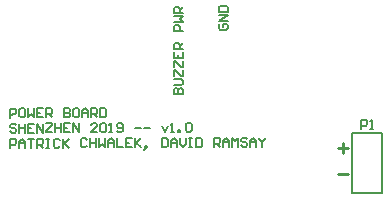
<source format=gto>
G04*
G04 #@! TF.GenerationSoftware,Altium Limited,Altium Designer,19.1.5 (86)*
G04*
G04 Layer_Color=65535*
%FSAX24Y24*%
%MOIN*%
G70*
G01*
G75*
%ADD10C,0.0079*%
%ADD11C,0.0060*%
%ADD12C,0.0100*%
D10*
X015250Y002400D02*
Y004400D01*
Y002400D02*
X016250D01*
Y004400D01*
X015250D02*
X016250D01*
D11*
X003855Y004918D02*
X003854Y005218D01*
X004004Y005218D01*
X004054Y005169D01*
X004055Y005069D01*
X004005Y005019D01*
X003855Y005018D01*
X004304Y005220D02*
X004204Y005219D01*
X004154Y005169D01*
X004155Y004969D01*
X004205Y004919D01*
X004305Y004920D01*
X004355Y004970D01*
X004354Y005170D01*
X004304Y005220D01*
X004454Y005220D02*
X004455Y004920D01*
X004555Y005021D01*
X004655Y004921D01*
X004654Y005221D01*
X004954Y005222D02*
X004754Y005221D01*
X004755Y004922D01*
X004955Y004922D01*
X004754Y005071D02*
X004854Y005072D01*
X005055Y004923D02*
X005054Y005223D01*
X005204Y005223D01*
X005254Y005173D01*
X005254Y005073D01*
X005205Y005023D01*
X005055Y005023D01*
X005155Y005023D02*
X005255Y004924D01*
X005654Y005225D02*
X005655Y004925D01*
X005805Y004926D01*
X005855Y004976D01*
X005854Y005026D01*
X005804Y005076D01*
X005654Y005075D01*
X005804Y005076D01*
X005854Y005126D01*
X005854Y005176D01*
X005804Y005226D01*
X005654Y005225D01*
X006103Y005227D02*
X006003Y005226D01*
X005954Y005176D01*
X005954Y004976D01*
X006005Y004926D01*
X006105Y004927D01*
X006154Y004977D01*
X006154Y005177D01*
X006103Y005227D01*
X006255Y004927D02*
X006254Y005127D01*
X006353Y005228D01*
X006454Y005128D01*
X006455Y004928D01*
X006454Y005078D01*
X006254Y005077D01*
X006554Y004929D02*
X006553Y005229D01*
X006703Y005229D01*
X006753Y005179D01*
X006754Y005079D01*
X006704Y005029D01*
X006554Y005029D01*
X006654Y005029D02*
X006754Y004929D01*
X006853Y005230D02*
X006854Y004930D01*
X007004Y004930D01*
X007054Y004981D01*
X007053Y005181D01*
X007003Y005230D01*
X006853Y005230D01*
X004056Y004665D02*
X004006Y004715D01*
X003906Y004714D01*
X003856Y004664D01*
X003857Y004614D01*
X003907Y004564D01*
X004007Y004565D01*
X004057Y004515D01*
X004057Y004465D01*
X004007Y004415D01*
X003907Y004414D01*
X003857Y004464D01*
X004156Y004715D02*
X004157Y004415D01*
X004157Y004565D01*
X004357Y004566D01*
X004356Y004716D01*
X004357Y004416D01*
X004656Y004717D02*
X004456Y004716D01*
X004457Y004416D01*
X004657Y004417D01*
X004457Y004566D02*
X004557Y004567D01*
X004757Y004418D02*
X004756Y004718D01*
X004957Y004418D01*
X004956Y004718D01*
X005056Y004719D02*
X005256Y004720D01*
X005256Y004670D01*
X005057Y004469D01*
X005057Y004419D01*
X005257Y004420D01*
X005356Y004720D02*
X005357Y004420D01*
X005356Y004570D01*
X005556Y004571D01*
X005556Y004721D01*
X005557Y004421D01*
X005856Y004722D02*
X005656Y004721D01*
X005657Y004421D01*
X005857Y004422D01*
X005656Y004571D02*
X005756Y004572D01*
X005957Y004422D02*
X005955Y004722D01*
X006157Y004423D01*
X006155Y004723D01*
X006756Y004426D02*
X006556Y004425D01*
X006756Y004625D01*
X006755Y004675D01*
X006705Y004725D01*
X006605Y004725D01*
X006555Y004675D01*
X006855Y004676D02*
X006905Y004726D01*
X007005Y004726D01*
X007055Y004677D01*
X007056Y004477D01*
X007006Y004427D01*
X006906Y004426D01*
X006856Y004476D01*
X006855Y004676D01*
X007156Y004427D02*
X007256Y004428D01*
X007206Y004427D01*
X007205Y004727D01*
X007155Y004677D01*
X007406Y004478D02*
X007456Y004428D01*
X007556Y004429D01*
X007606Y004479D01*
X007605Y004679D01*
X007555Y004729D01*
X007455Y004728D01*
X007405Y004678D01*
X007405Y004628D01*
X007456Y004578D01*
X007606Y004579D01*
X008005Y004580D02*
X008205Y004581D01*
X008305Y004582D02*
X008505Y004582D01*
X008905Y004634D02*
X009006Y004434D01*
X009105Y004635D01*
X009206Y004435D02*
X009306Y004436D01*
X009256Y004435D01*
X009254Y004735D01*
X009205Y004685D01*
X009456Y004436D02*
X009455Y004486D01*
X009505Y004486D01*
X009506Y004436D01*
X009456Y004436D01*
X009704Y004687D02*
X009754Y004737D01*
X009854Y004738D01*
X009904Y004688D01*
X009905Y004488D01*
X009855Y004438D01*
X009755Y004437D01*
X009705Y004487D01*
X009704Y004687D01*
X003859Y003910D02*
X003858Y004210D01*
X004008Y004211D01*
X004058Y004161D01*
X004059Y004061D01*
X004009Y004011D01*
X003859Y004010D01*
X004159Y003911D02*
X004158Y004111D01*
X004258Y004212D01*
X004358Y004112D01*
X004359Y003912D01*
X004359Y004062D01*
X004159Y004061D01*
X004458Y004212D02*
X004658Y004213D01*
X004558Y004213D01*
X004559Y003913D01*
X004759Y003914D02*
X004758Y004214D01*
X004908Y004214D01*
X004958Y004164D01*
X004958Y004065D01*
X004909Y004014D01*
X004759Y004014D01*
X004859Y004014D02*
X004959Y003915D01*
X005058Y004215D02*
X005158Y004215D01*
X005108Y004215D01*
X005109Y003915D01*
X005059Y003915D01*
X005159Y003915D01*
X005508Y004167D02*
X005458Y004216D01*
X005358Y004216D01*
X005308Y004166D01*
X005309Y003966D01*
X005359Y003916D01*
X005459Y003917D01*
X005509Y003967D01*
X005608Y004217D02*
X005609Y003917D01*
X005608Y004017D01*
X005808Y004218D01*
X005658Y004067D01*
X005809Y003918D01*
X006408Y004170D02*
X006357Y004220D01*
X006257Y004220D01*
X006208Y004169D01*
X006208Y003969D01*
X006259Y003920D01*
X006359Y003920D01*
X006408Y003970D01*
X006507Y004221D02*
X006508Y003921D01*
X006508Y004071D01*
X006708Y004071D01*
X006707Y004221D01*
X006708Y003921D01*
X006807Y004222D02*
X006808Y003922D01*
X006908Y004022D01*
X007008Y003923D01*
X007007Y004223D01*
X007108Y003923D02*
X007107Y004123D01*
X007207Y004223D01*
X007307Y004124D01*
X007308Y003924D01*
X007308Y004074D01*
X007108Y004073D01*
X007407Y004224D02*
X007408Y003924D01*
X007608Y003925D01*
X007907Y004226D02*
X007707Y004225D01*
X007708Y003925D01*
X007908Y003926D01*
X007707Y004075D02*
X007807Y004076D01*
X008007Y004227D02*
X008008Y003927D01*
X008008Y004027D01*
X008207Y004227D01*
X008057Y004077D01*
X008208Y003927D01*
X008358Y003878D02*
X008408Y003928D01*
X008408Y003978D01*
X008358Y003978D01*
X008358Y003928D01*
X008408Y003928D01*
X008358Y003878D01*
X008308Y003828D01*
X008907Y004230D02*
X008908Y003930D01*
X009058Y003931D01*
X009107Y003981D01*
X009107Y004181D01*
X009056Y004231D01*
X008907Y004230D01*
X009208Y003931D02*
X009207Y004131D01*
X009306Y004232D01*
X009407Y004132D01*
X009408Y003932D01*
X009407Y004082D01*
X009207Y004081D01*
X009506Y004232D02*
X009507Y004033D01*
X009607Y003933D01*
X009707Y004033D01*
X009706Y004233D01*
X009806Y004234D02*
X009906Y004234D01*
X009856Y004234D01*
X009857Y003934D01*
X009807Y003934D01*
X009907Y003934D01*
X010056Y004235D02*
X010057Y003935D01*
X010207Y003935D01*
X010257Y003985D01*
X010256Y004185D01*
X010206Y004235D01*
X010056Y004235D01*
X010657Y003937D02*
X010656Y004237D01*
X010806Y004238D01*
X010856Y004188D01*
X010856Y004088D01*
X010807Y004038D01*
X010657Y004037D01*
X010757Y004037D02*
X010857Y003938D01*
X010957Y003938D02*
X010956Y004138D01*
X011056Y004239D01*
X011156Y004139D01*
X011157Y003939D01*
X011156Y004089D01*
X010956Y004088D01*
X011257Y003939D02*
X011256Y004239D01*
X011356Y004140D01*
X011456Y004240D01*
X011457Y003940D01*
X011756Y004191D02*
X011706Y004241D01*
X011606Y004241D01*
X011556Y004191D01*
X011556Y004141D01*
X011606Y004091D01*
X011706Y004091D01*
X011756Y004041D01*
X011757Y003991D01*
X011707Y003941D01*
X011607Y003941D01*
X011557Y003991D01*
X011857Y003942D02*
X011856Y004142D01*
X011955Y004242D01*
X012056Y004143D01*
X012057Y003943D01*
X012056Y004093D01*
X011856Y004092D01*
X012155Y004243D02*
X012156Y004193D01*
X012256Y004093D01*
X012356Y004194D01*
X012355Y004244D01*
X012256Y004093D02*
X012257Y003943D01*
X009300Y005700D02*
X009600D01*
Y005850D01*
X009550Y005900D01*
X009500D01*
X009450Y005850D01*
Y005700D01*
Y005850D01*
X009400Y005900D01*
X009350D01*
X009300Y005850D01*
Y005700D01*
Y006000D02*
X009550D01*
X009600Y006050D01*
Y006150D01*
X009550Y006200D01*
X009300D01*
Y006300D02*
Y006500D01*
X009350D01*
X009550Y006300D01*
X009600D01*
Y006500D01*
X009300Y006600D02*
Y006800D01*
X009350D01*
X009550Y006600D01*
X009600D01*
Y006800D01*
X009300Y007100D02*
Y006900D01*
X009600D01*
Y007100D01*
X009450Y006900D02*
Y007000D01*
X009600Y007200D02*
X009300D01*
Y007349D01*
X009350Y007399D01*
X009450D01*
X009500Y007349D01*
Y007200D01*
Y007299D02*
X009600Y007399D01*
Y007799D02*
X009300D01*
Y007949D01*
X009350Y007999D01*
X009450D01*
X009500Y007949D01*
Y007799D01*
X009300Y008099D02*
X009600D01*
X009500Y008199D01*
X009600Y008299D01*
X009300D01*
X009600Y008399D02*
X009300D01*
Y008549D01*
X009350Y008599D01*
X009450D01*
X009500Y008549D01*
Y008399D01*
Y008499D02*
X009600Y008599D01*
X010850Y008050D02*
X010800Y008000D01*
Y007900D01*
X010850Y007850D01*
X011050D01*
X011100Y007900D01*
Y008000D01*
X011050Y008050D01*
X010950D01*
Y007950D01*
X011100Y008150D02*
X010800D01*
X011100Y008350D01*
X010800D01*
Y008450D02*
X011100D01*
Y008600D01*
X011050Y008650D01*
X010850D01*
X010800Y008600D01*
Y008450D01*
X015550Y004550D02*
Y004850D01*
X015700D01*
X015750Y004800D01*
Y004700D01*
X015700Y004650D01*
X015550D01*
X015850Y004550D02*
X015950D01*
X015900D01*
Y004850D01*
X015850Y004800D01*
D12*
X015100Y003050D02*
X014767D01*
X015100Y003900D02*
X014767D01*
X014933Y004067D02*
Y003733D01*
M02*

</source>
